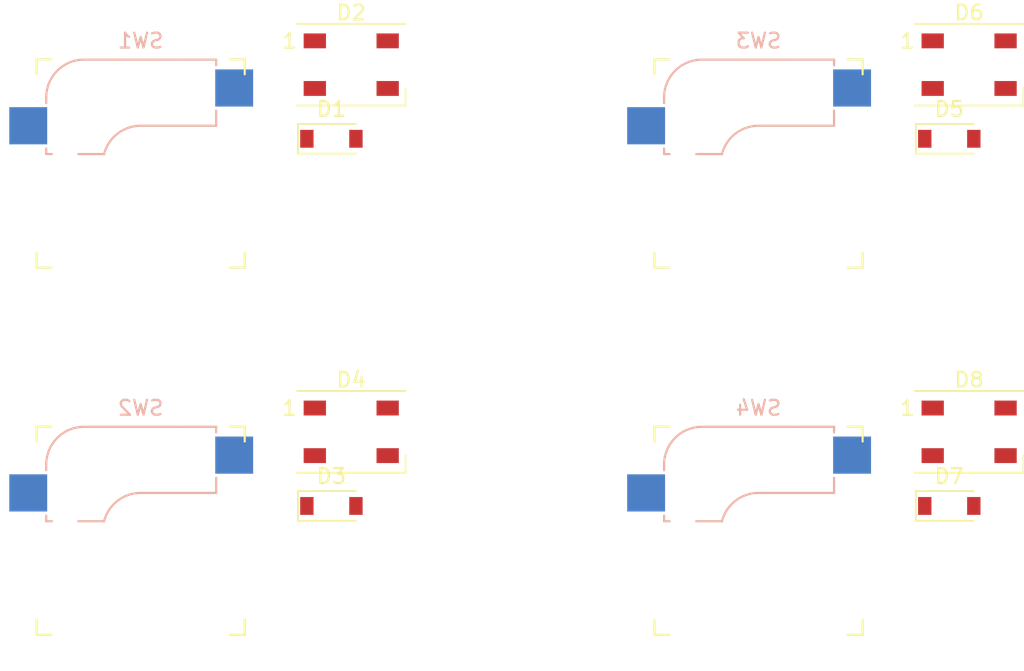
<source format=kicad_pcb>
(kicad_pcb (version 20171130) (host pcbnew "(5.1.9)-1")

  (general
    (thickness 1.6)
    (drawings 0)
    (tracks 0)
    (zones 0)
    (modules 12)
    (nets 5)
  )

  (page A4)
  (layers
    (0 F.Cu signal)
    (31 B.Cu signal)
    (32 B.Adhes user)
    (33 F.Adhes user)
    (34 B.Paste user)
    (35 F.Paste user)
    (36 B.SilkS user)
    (37 F.SilkS user)
    (38 B.Mask user)
    (39 F.Mask user)
    (40 Dwgs.User user)
    (41 Cmts.User user)
    (42 Eco1.User user)
    (43 Eco2.User user)
    (44 Edge.Cuts user)
    (45 Margin user)
    (46 B.CrtYd user)
    (47 F.CrtYd user)
    (48 B.Fab user)
    (49 F.Fab user)
  )

  (setup
    (last_trace_width 0.25)
    (trace_clearance 0.2)
    (zone_clearance 0.508)
    (zone_45_only no)
    (trace_min 0.2)
    (via_size 0.8)
    (via_drill 0.4)
    (via_min_size 0.4)
    (via_min_drill 0.3)
    (uvia_size 0.3)
    (uvia_drill 0.1)
    (uvias_allowed no)
    (uvia_min_size 0.2)
    (uvia_min_drill 0.1)
    (edge_width 0.05)
    (segment_width 0.2)
    (pcb_text_width 0.3)
    (pcb_text_size 1.5 1.5)
    (mod_edge_width 0.12)
    (mod_text_size 1 1)
    (mod_text_width 0.15)
    (pad_size 1.524 1.524)
    (pad_drill 0.762)
    (pad_to_mask_clearance 0)
    (aux_axis_origin 0 0)
    (visible_elements FFFFFF7F)
    (pcbplotparams
      (layerselection 0x010fc_ffffffff)
      (usegerberextensions false)
      (usegerberattributes true)
      (usegerberadvancedattributes true)
      (creategerberjobfile true)
      (excludeedgelayer true)
      (linewidth 0.100000)
      (plotframeref false)
      (viasonmask false)
      (mode 1)
      (useauxorigin false)
      (hpglpennumber 1)
      (hpglpenspeed 20)
      (hpglpendiameter 15.000000)
      (psnegative false)
      (psa4output false)
      (plotreference true)
      (plotvalue true)
      (plotinvisibletext false)
      (padsonsilk false)
      (subtractmaskfromsilk false)
      (outputformat 1)
      (mirror false)
      (drillshape 1)
      (scaleselection 1)
      (outputdirectory ""))
  )

  (net 0 "")
  (net 1 "Net-(D1-Pad1)")
  (net 2 "Net-(D3-Pad1)")
  (net 3 "Net-(D5-Pad1)")
  (net 4 "Net-(D7-Pad1)")

  (net_class Default "This is the default net class."
    (clearance 0.2)
    (trace_width 0.25)
    (via_dia 0.8)
    (via_drill 0.4)
    (uvia_dia 0.3)
    (uvia_drill 0.1)
    (add_net /Sheet6096C140/Col)
    (add_net /Sheet6096C140/LED_DIN)
    (add_net /Sheet6096C140/LED_DOUT)
    (add_net /Sheet6096C140/LED_VDD)
    (add_net /Sheet6096C140/LED_VSS)
    (add_net /Sheet6096C140/Row)
    (add_net /sheet6096C7D2/Col)
    (add_net /sheet6096C7D2/LED_DIN)
    (add_net /sheet6096C7D2/LED_DOUT)
    (add_net /sheet6096C7D2/LED_VDD)
    (add_net /sheet6096C7D2/LED_VSS)
    (add_net /sheet6096C7D2/Row)
    (add_net /sheet6096C7F0/Col)
    (add_net /sheet6096C7F0/LED_DIN)
    (add_net /sheet6096C7F0/LED_DOUT)
    (add_net /sheet6096C7F0/LED_VDD)
    (add_net /sheet6096C7F0/LED_VSS)
    (add_net /sheet6096C7F0/Row)
    (add_net /sheet6096C9E3/Col)
    (add_net /sheet6096C9E3/LED_DIN)
    (add_net /sheet6096C9E3/LED_DOUT)
    (add_net /sheet6096C9E3/LED_VDD)
    (add_net /sheet6096C9E3/LED_VSS)
    (add_net /sheet6096C9E3/Row)
    (add_net "Net-(D1-Pad1)")
    (add_net "Net-(D3-Pad1)")
    (add_net "Net-(D5-Pad1)")
    (add_net "Net-(D7-Pad1)")
  )

  (module daprice-keyswitches:Kailh_socket_MX (layer F.Cu) (tedit 608319E4) (tstamp 6096C704)
    (at 111.527 66.231)
    (descr "MX-style keyswitch with Kailh socket mount")
    (tags MX,cherry,gateron,kailh,pg1511,socket)
    (path /6096C9EB/6096A743)
    (attr smd)
    (fp_text reference SW4 (at 0 -8.255) (layer B.SilkS)
      (effects (font (size 1 1) (thickness 0.15)) (justify mirror))
    )
    (fp_text value SWITCH_PUSH (at 0 8.255) (layer F.Fab)
      (effects (font (size 1 1) (thickness 0.15)))
    )
    (fp_text user %V (at -0.635 0.635) (layer B.Fab)
      (effects (font (size 1 1) (thickness 0.15)) (justify mirror))
    )
    (fp_text user %R (at -0.635 -4.445) (layer B.Fab)
      (effects (font (size 1 1) (thickness 0.15)) (justify mirror))
    )
    (fp_arc (start 0 0) (end 0 -2.54) (angle -75.96375653) (layer B.Fab) (width 0.12))
    (fp_arc (start -3.81 -4.445) (end -3.81 -6.985) (angle -90) (layer B.Fab) (width 0.12))
    (fp_arc (start 0 0) (end 0 -2.54) (angle -75.96375653) (layer B.SilkS) (width 0.15))
    (fp_arc (start -3.81 -4.445) (end -3.81 -6.985) (angle -90) (layer B.SilkS) (width 0.15))
    (fp_line (start -8.89 -3.81) (end -6.35 -3.81) (layer B.Fab) (width 0.12))
    (fp_line (start -8.89 -1.27) (end -8.89 -3.81) (layer B.Fab) (width 0.12))
    (fp_line (start -6.35 -1.27) (end -8.89 -1.27) (layer B.Fab) (width 0.12))
    (fp_line (start 7.62 -3.81) (end 5.08 -3.81) (layer B.Fab) (width 0.12))
    (fp_line (start 7.62 -6.35) (end 7.62 -3.81) (layer B.Fab) (width 0.12))
    (fp_line (start 5.08 -6.35) (end 7.62 -6.35) (layer B.Fab) (width 0.12))
    (fp_line (start 5.08 -2.54) (end 0 -2.54) (layer B.Fab) (width 0.12))
    (fp_line (start 5.08 -6.985) (end 5.08 -2.54) (layer B.Fab) (width 0.12))
    (fp_line (start -3.81 -6.985) (end 5.08 -6.985) (layer B.Fab) (width 0.12))
    (fp_line (start -6.35 -0.635) (end -6.35 -4.445) (layer B.Fab) (width 0.12))
    (fp_line (start -6.35 -0.635) (end -2.54 -0.635) (layer B.Fab) (width 0.12))
    (fp_line (start 5.08 -6.985) (end 5.08 -6.604) (layer B.SilkS) (width 0.15))
    (fp_line (start -3.81 -6.985) (end 5.08 -6.985) (layer B.SilkS) (width 0.15))
    (fp_line (start -6.35 -4.445) (end -6.35 -4.064) (layer B.SilkS) (width 0.15))
    (fp_line (start -5.969 -0.635) (end -6.35 -0.635) (layer B.SilkS) (width 0.15))
    (fp_line (start -2.464162 -0.635) (end -4.191 -0.635) (layer B.SilkS) (width 0.15))
    (fp_line (start 5.08 -2.54) (end 0 -2.54) (layer B.SilkS) (width 0.15))
    (fp_line (start 5.08 -3.556) (end 5.08 -2.54) (layer B.SilkS) (width 0.15))
    (fp_line (start -6.35 -1.016) (end -6.35 -0.635) (layer B.SilkS) (width 0.15))
    (fp_line (start -7.5 7.5) (end -7.5 -7.5) (layer F.Fab) (width 0.15))
    (fp_line (start 7.5 7.5) (end -7.5 7.5) (layer F.Fab) (width 0.15))
    (fp_line (start 7.5 -7.5) (end 7.5 7.5) (layer F.Fab) (width 0.15))
    (fp_line (start -7.5 -7.5) (end 7.5 -7.5) (layer F.Fab) (width 0.15))
    (fp_line (start -6.9 6.9) (end -6.9 -6.9) (layer Eco2.User) (width 0.15))
    (fp_line (start 6.9 -6.9) (end 6.9 6.9) (layer Eco2.User) (width 0.15))
    (fp_line (start 6.9 -6.9) (end -6.9 -6.9) (layer Eco2.User) (width 0.15))
    (fp_line (start -6.9 6.9) (end 6.9 6.9) (layer Eco2.User) (width 0.15))
    (fp_line (start 7 -7) (end 7 -6) (layer F.SilkS) (width 0.15))
    (fp_line (start 6 7) (end 7 7) (layer F.SilkS) (width 0.15))
    (fp_line (start 7 -7) (end 6 -7) (layer F.SilkS) (width 0.15))
    (fp_line (start 7 6) (end 7 7) (layer F.SilkS) (width 0.15))
    (fp_line (start -7 7) (end -7 6) (layer F.SilkS) (width 0.15))
    (fp_line (start -6 -7) (end -7 -7) (layer F.SilkS) (width 0.15))
    (fp_line (start -7 7) (end -6 7) (layer F.SilkS) (width 0.15))
    (fp_line (start -7 -6) (end -7 -7) (layer F.SilkS) (width 0.15))
    (fp_line (start -9.398 -9.398) (end 9.398 -9.398) (layer Dwgs.User) (width 0.12))
    (fp_line (start 9.398 -9.398) (end 9.398 9.398) (layer Dwgs.User) (width 0.12))
    (fp_line (start 9.398 9.398) (end -9.398 9.398) (layer Dwgs.User) (width 0.12))
    (fp_line (start -9.398 9.398) (end -9.398 -9.398) (layer Dwgs.User) (width 0.12))
    (pad 2 smd rect (at -7.56 -2.54) (size 2.55 2.5) (layers B.Cu B.Paste B.Mask)
      (net 4 "Net-(D7-Pad1)"))
    (pad "" np_thru_hole circle (at -5.08 0) (size 1.7018 1.7018) (drill 1.7018) (layers *.Cu *.Mask))
    (pad "" np_thru_hole circle (at 5.08 0) (size 1.7018 1.7018) (drill 1.7018) (layers *.Cu *.Mask))
    (pad "" np_thru_hole circle (at 0 0) (size 3.9878 3.9878) (drill 3.9878) (layers *.Cu *.Mask))
    (pad "" np_thru_hole circle (at -3.81 -2.54) (size 3 3) (drill 3) (layers *.Cu *.Mask))
    (pad "" np_thru_hole circle (at 2.54 -5.08) (size 3 3) (drill 3) (layers *.Cu *.Mask))
    (pad 1 smd rect (at 6.29 -5.08) (size 2.55 2.5) (layers B.Cu B.Paste B.Mask))
  )

  (module daprice-keyswitches:Kailh_socket_MX (layer F.Cu) (tedit 608319E4) (tstamp 6096C6CC)
    (at 111.527 41.541)
    (descr "MX-style keyswitch with Kailh socket mount")
    (tags MX,cherry,gateron,kailh,pg1511,socket)
    (path /6096C7F8/6096A743)
    (attr smd)
    (fp_text reference SW3 (at 0 -8.255) (layer B.SilkS)
      (effects (font (size 1 1) (thickness 0.15)) (justify mirror))
    )
    (fp_text value SWITCH_PUSH (at 0 8.255) (layer F.Fab)
      (effects (font (size 1 1) (thickness 0.15)))
    )
    (fp_text user %V (at -0.635 0.635) (layer B.Fab)
      (effects (font (size 1 1) (thickness 0.15)) (justify mirror))
    )
    (fp_text user %R (at -0.635 -4.445) (layer B.Fab)
      (effects (font (size 1 1) (thickness 0.15)) (justify mirror))
    )
    (fp_arc (start 0 0) (end 0 -2.54) (angle -75.96375653) (layer B.Fab) (width 0.12))
    (fp_arc (start -3.81 -4.445) (end -3.81 -6.985) (angle -90) (layer B.Fab) (width 0.12))
    (fp_arc (start 0 0) (end 0 -2.54) (angle -75.96375653) (layer B.SilkS) (width 0.15))
    (fp_arc (start -3.81 -4.445) (end -3.81 -6.985) (angle -90) (layer B.SilkS) (width 0.15))
    (fp_line (start -8.89 -3.81) (end -6.35 -3.81) (layer B.Fab) (width 0.12))
    (fp_line (start -8.89 -1.27) (end -8.89 -3.81) (layer B.Fab) (width 0.12))
    (fp_line (start -6.35 -1.27) (end -8.89 -1.27) (layer B.Fab) (width 0.12))
    (fp_line (start 7.62 -3.81) (end 5.08 -3.81) (layer B.Fab) (width 0.12))
    (fp_line (start 7.62 -6.35) (end 7.62 -3.81) (layer B.Fab) (width 0.12))
    (fp_line (start 5.08 -6.35) (end 7.62 -6.35) (layer B.Fab) (width 0.12))
    (fp_line (start 5.08 -2.54) (end 0 -2.54) (layer B.Fab) (width 0.12))
    (fp_line (start 5.08 -6.985) (end 5.08 -2.54) (layer B.Fab) (width 0.12))
    (fp_line (start -3.81 -6.985) (end 5.08 -6.985) (layer B.Fab) (width 0.12))
    (fp_line (start -6.35 -0.635) (end -6.35 -4.445) (layer B.Fab) (width 0.12))
    (fp_line (start -6.35 -0.635) (end -2.54 -0.635) (layer B.Fab) (width 0.12))
    (fp_line (start 5.08 -6.985) (end 5.08 -6.604) (layer B.SilkS) (width 0.15))
    (fp_line (start -3.81 -6.985) (end 5.08 -6.985) (layer B.SilkS) (width 0.15))
    (fp_line (start -6.35 -4.445) (end -6.35 -4.064) (layer B.SilkS) (width 0.15))
    (fp_line (start -5.969 -0.635) (end -6.35 -0.635) (layer B.SilkS) (width 0.15))
    (fp_line (start -2.464162 -0.635) (end -4.191 -0.635) (layer B.SilkS) (width 0.15))
    (fp_line (start 5.08 -2.54) (end 0 -2.54) (layer B.SilkS) (width 0.15))
    (fp_line (start 5.08 -3.556) (end 5.08 -2.54) (layer B.SilkS) (width 0.15))
    (fp_line (start -6.35 -1.016) (end -6.35 -0.635) (layer B.SilkS) (width 0.15))
    (fp_line (start -7.5 7.5) (end -7.5 -7.5) (layer F.Fab) (width 0.15))
    (fp_line (start 7.5 7.5) (end -7.5 7.5) (layer F.Fab) (width 0.15))
    (fp_line (start 7.5 -7.5) (end 7.5 7.5) (layer F.Fab) (width 0.15))
    (fp_line (start -7.5 -7.5) (end 7.5 -7.5) (layer F.Fab) (width 0.15))
    (fp_line (start -6.9 6.9) (end -6.9 -6.9) (layer Eco2.User) (width 0.15))
    (fp_line (start 6.9 -6.9) (end 6.9 6.9) (layer Eco2.User) (width 0.15))
    (fp_line (start 6.9 -6.9) (end -6.9 -6.9) (layer Eco2.User) (width 0.15))
    (fp_line (start -6.9 6.9) (end 6.9 6.9) (layer Eco2.User) (width 0.15))
    (fp_line (start 7 -7) (end 7 -6) (layer F.SilkS) (width 0.15))
    (fp_line (start 6 7) (end 7 7) (layer F.SilkS) (width 0.15))
    (fp_line (start 7 -7) (end 6 -7) (layer F.SilkS) (width 0.15))
    (fp_line (start 7 6) (end 7 7) (layer F.SilkS) (width 0.15))
    (fp_line (start -7 7) (end -7 6) (layer F.SilkS) (width 0.15))
    (fp_line (start -6 -7) (end -7 -7) (layer F.SilkS) (width 0.15))
    (fp_line (start -7 7) (end -6 7) (layer F.SilkS) (width 0.15))
    (fp_line (start -7 -6) (end -7 -7) (layer F.SilkS) (width 0.15))
    (fp_line (start -9.398 -9.398) (end 9.398 -9.398) (layer Dwgs.User) (width 0.12))
    (fp_line (start 9.398 -9.398) (end 9.398 9.398) (layer Dwgs.User) (width 0.12))
    (fp_line (start 9.398 9.398) (end -9.398 9.398) (layer Dwgs.User) (width 0.12))
    (fp_line (start -9.398 9.398) (end -9.398 -9.398) (layer Dwgs.User) (width 0.12))
    (pad 2 smd rect (at -7.56 -2.54) (size 2.55 2.5) (layers B.Cu B.Paste B.Mask)
      (net 3 "Net-(D5-Pad1)"))
    (pad "" np_thru_hole circle (at -5.08 0) (size 1.7018 1.7018) (drill 1.7018) (layers *.Cu *.Mask))
    (pad "" np_thru_hole circle (at 5.08 0) (size 1.7018 1.7018) (drill 1.7018) (layers *.Cu *.Mask))
    (pad "" np_thru_hole circle (at 0 0) (size 3.9878 3.9878) (drill 3.9878) (layers *.Cu *.Mask))
    (pad "" np_thru_hole circle (at -3.81 -2.54) (size 3 3) (drill 3) (layers *.Cu *.Mask))
    (pad "" np_thru_hole circle (at 2.54 -5.08) (size 3 3) (drill 3) (layers *.Cu *.Mask))
    (pad 1 smd rect (at 6.29 -5.08) (size 2.55 2.5) (layers B.Cu B.Paste B.Mask))
  )

  (module daprice-keyswitches:Kailh_socket_MX (layer F.Cu) (tedit 608319E4) (tstamp 6096C694)
    (at 69.977 66.231)
    (descr "MX-style keyswitch with Kailh socket mount")
    (tags MX,cherry,gateron,kailh,pg1511,socket)
    (path /6096C7DA/6096A743)
    (attr smd)
    (fp_text reference SW2 (at 0 -8.255) (layer B.SilkS)
      (effects (font (size 1 1) (thickness 0.15)) (justify mirror))
    )
    (fp_text value SWITCH_PUSH (at 0 8.255) (layer F.Fab)
      (effects (font (size 1 1) (thickness 0.15)))
    )
    (fp_text user %V (at -0.635 0.635) (layer B.Fab)
      (effects (font (size 1 1) (thickness 0.15)) (justify mirror))
    )
    (fp_text user %R (at -0.635 -4.445) (layer B.Fab)
      (effects (font (size 1 1) (thickness 0.15)) (justify mirror))
    )
    (fp_arc (start 0 0) (end 0 -2.54) (angle -75.96375653) (layer B.Fab) (width 0.12))
    (fp_arc (start -3.81 -4.445) (end -3.81 -6.985) (angle -90) (layer B.Fab) (width 0.12))
    (fp_arc (start 0 0) (end 0 -2.54) (angle -75.96375653) (layer B.SilkS) (width 0.15))
    (fp_arc (start -3.81 -4.445) (end -3.81 -6.985) (angle -90) (layer B.SilkS) (width 0.15))
    (fp_line (start -8.89 -3.81) (end -6.35 -3.81) (layer B.Fab) (width 0.12))
    (fp_line (start -8.89 -1.27) (end -8.89 -3.81) (layer B.Fab) (width 0.12))
    (fp_line (start -6.35 -1.27) (end -8.89 -1.27) (layer B.Fab) (width 0.12))
    (fp_line (start 7.62 -3.81) (end 5.08 -3.81) (layer B.Fab) (width 0.12))
    (fp_line (start 7.62 -6.35) (end 7.62 -3.81) (layer B.Fab) (width 0.12))
    (fp_line (start 5.08 -6.35) (end 7.62 -6.35) (layer B.Fab) (width 0.12))
    (fp_line (start 5.08 -2.54) (end 0 -2.54) (layer B.Fab) (width 0.12))
    (fp_line (start 5.08 -6.985) (end 5.08 -2.54) (layer B.Fab) (width 0.12))
    (fp_line (start -3.81 -6.985) (end 5.08 -6.985) (layer B.Fab) (width 0.12))
    (fp_line (start -6.35 -0.635) (end -6.35 -4.445) (layer B.Fab) (width 0.12))
    (fp_line (start -6.35 -0.635) (end -2.54 -0.635) (layer B.Fab) (width 0.12))
    (fp_line (start 5.08 -6.985) (end 5.08 -6.604) (layer B.SilkS) (width 0.15))
    (fp_line (start -3.81 -6.985) (end 5.08 -6.985) (layer B.SilkS) (width 0.15))
    (fp_line (start -6.35 -4.445) (end -6.35 -4.064) (layer B.SilkS) (width 0.15))
    (fp_line (start -5.969 -0.635) (end -6.35 -0.635) (layer B.SilkS) (width 0.15))
    (fp_line (start -2.464162 -0.635) (end -4.191 -0.635) (layer B.SilkS) (width 0.15))
    (fp_line (start 5.08 -2.54) (end 0 -2.54) (layer B.SilkS) (width 0.15))
    (fp_line (start 5.08 -3.556) (end 5.08 -2.54) (layer B.SilkS) (width 0.15))
    (fp_line (start -6.35 -1.016) (end -6.35 -0.635) (layer B.SilkS) (width 0.15))
    (fp_line (start -7.5 7.5) (end -7.5 -7.5) (layer F.Fab) (width 0.15))
    (fp_line (start 7.5 7.5) (end -7.5 7.5) (layer F.Fab) (width 0.15))
    (fp_line (start 7.5 -7.5) (end 7.5 7.5) (layer F.Fab) (width 0.15))
    (fp_line (start -7.5 -7.5) (end 7.5 -7.5) (layer F.Fab) (width 0.15))
    (fp_line (start -6.9 6.9) (end -6.9 -6.9) (layer Eco2.User) (width 0.15))
    (fp_line (start 6.9 -6.9) (end 6.9 6.9) (layer Eco2.User) (width 0.15))
    (fp_line (start 6.9 -6.9) (end -6.9 -6.9) (layer Eco2.User) (width 0.15))
    (fp_line (start -6.9 6.9) (end 6.9 6.9) (layer Eco2.User) (width 0.15))
    (fp_line (start 7 -7) (end 7 -6) (layer F.SilkS) (width 0.15))
    (fp_line (start 6 7) (end 7 7) (layer F.SilkS) (width 0.15))
    (fp_line (start 7 -7) (end 6 -7) (layer F.SilkS) (width 0.15))
    (fp_line (start 7 6) (end 7 7) (layer F.SilkS) (width 0.15))
    (fp_line (start -7 7) (end -7 6) (layer F.SilkS) (width 0.15))
    (fp_line (start -6 -7) (end -7 -7) (layer F.SilkS) (width 0.15))
    (fp_line (start -7 7) (end -6 7) (layer F.SilkS) (width 0.15))
    (fp_line (start -7 -6) (end -7 -7) (layer F.SilkS) (width 0.15))
    (fp_line (start -9.398 -9.398) (end 9.398 -9.398) (layer Dwgs.User) (width 0.12))
    (fp_line (start 9.398 -9.398) (end 9.398 9.398) (layer Dwgs.User) (width 0.12))
    (fp_line (start 9.398 9.398) (end -9.398 9.398) (layer Dwgs.User) (width 0.12))
    (fp_line (start -9.398 9.398) (end -9.398 -9.398) (layer Dwgs.User) (width 0.12))
    (pad 2 smd rect (at -7.56 -2.54) (size 2.55 2.5) (layers B.Cu B.Paste B.Mask)
      (net 2 "Net-(D3-Pad1)"))
    (pad "" np_thru_hole circle (at -5.08 0) (size 1.7018 1.7018) (drill 1.7018) (layers *.Cu *.Mask))
    (pad "" np_thru_hole circle (at 5.08 0) (size 1.7018 1.7018) (drill 1.7018) (layers *.Cu *.Mask))
    (pad "" np_thru_hole circle (at 0 0) (size 3.9878 3.9878) (drill 3.9878) (layers *.Cu *.Mask))
    (pad "" np_thru_hole circle (at -3.81 -2.54) (size 3 3) (drill 3) (layers *.Cu *.Mask))
    (pad "" np_thru_hole circle (at 2.54 -5.08) (size 3 3) (drill 3) (layers *.Cu *.Mask))
    (pad 1 smd rect (at 6.29 -5.08) (size 2.55 2.5) (layers B.Cu B.Paste B.Mask))
  )

  (module daprice-keyswitches:Kailh_socket_MX (layer F.Cu) (tedit 608319E4) (tstamp 6096C65C)
    (at 69.977 41.541)
    (descr "MX-style keyswitch with Kailh socket mount")
    (tags MX,cherry,gateron,kailh,pg1511,socket)
    (path /6096C141/6096A743)
    (attr smd)
    (fp_text reference SW1 (at 0 -8.255) (layer B.SilkS)
      (effects (font (size 1 1) (thickness 0.15)) (justify mirror))
    )
    (fp_text value SWITCH_PUSH (at 0 8.255) (layer F.Fab)
      (effects (font (size 1 1) (thickness 0.15)))
    )
    (fp_text user %V (at -0.635 0.635) (layer B.Fab)
      (effects (font (size 1 1) (thickness 0.15)) (justify mirror))
    )
    (fp_text user %R (at -0.635 -4.445) (layer B.Fab)
      (effects (font (size 1 1) (thickness 0.15)) (justify mirror))
    )
    (fp_arc (start 0 0) (end 0 -2.54) (angle -75.96375653) (layer B.Fab) (width 0.12))
    (fp_arc (start -3.81 -4.445) (end -3.81 -6.985) (angle -90) (layer B.Fab) (width 0.12))
    (fp_arc (start 0 0) (end 0 -2.54) (angle -75.96375653) (layer B.SilkS) (width 0.15))
    (fp_arc (start -3.81 -4.445) (end -3.81 -6.985) (angle -90) (layer B.SilkS) (width 0.15))
    (fp_line (start -8.89 -3.81) (end -6.35 -3.81) (layer B.Fab) (width 0.12))
    (fp_line (start -8.89 -1.27) (end -8.89 -3.81) (layer B.Fab) (width 0.12))
    (fp_line (start -6.35 -1.27) (end -8.89 -1.27) (layer B.Fab) (width 0.12))
    (fp_line (start 7.62 -3.81) (end 5.08 -3.81) (layer B.Fab) (width 0.12))
    (fp_line (start 7.62 -6.35) (end 7.62 -3.81) (layer B.Fab) (width 0.12))
    (fp_line (start 5.08 -6.35) (end 7.62 -6.35) (layer B.Fab) (width 0.12))
    (fp_line (start 5.08 -2.54) (end 0 -2.54) (layer B.Fab) (width 0.12))
    (fp_line (start 5.08 -6.985) (end 5.08 -2.54) (layer B.Fab) (width 0.12))
    (fp_line (start -3.81 -6.985) (end 5.08 -6.985) (layer B.Fab) (width 0.12))
    (fp_line (start -6.35 -0.635) (end -6.35 -4.445) (layer B.Fab) (width 0.12))
    (fp_line (start -6.35 -0.635) (end -2.54 -0.635) (layer B.Fab) (width 0.12))
    (fp_line (start 5.08 -6.985) (end 5.08 -6.604) (layer B.SilkS) (width 0.15))
    (fp_line (start -3.81 -6.985) (end 5.08 -6.985) (layer B.SilkS) (width 0.15))
    (fp_line (start -6.35 -4.445) (end -6.35 -4.064) (layer B.SilkS) (width 0.15))
    (fp_line (start -5.969 -0.635) (end -6.35 -0.635) (layer B.SilkS) (width 0.15))
    (fp_line (start -2.464162 -0.635) (end -4.191 -0.635) (layer B.SilkS) (width 0.15))
    (fp_line (start 5.08 -2.54) (end 0 -2.54) (layer B.SilkS) (width 0.15))
    (fp_line (start 5.08 -3.556) (end 5.08 -2.54) (layer B.SilkS) (width 0.15))
    (fp_line (start -6.35 -1.016) (end -6.35 -0.635) (layer B.SilkS) (width 0.15))
    (fp_line (start -7.5 7.5) (end -7.5 -7.5) (layer F.Fab) (width 0.15))
    (fp_line (start 7.5 7.5) (end -7.5 7.5) (layer F.Fab) (width 0.15))
    (fp_line (start 7.5 -7.5) (end 7.5 7.5) (layer F.Fab) (width 0.15))
    (fp_line (start -7.5 -7.5) (end 7.5 -7.5) (layer F.Fab) (width 0.15))
    (fp_line (start -6.9 6.9) (end -6.9 -6.9) (layer Eco2.User) (width 0.15))
    (fp_line (start 6.9 -6.9) (end 6.9 6.9) (layer Eco2.User) (width 0.15))
    (fp_line (start 6.9 -6.9) (end -6.9 -6.9) (layer Eco2.User) (width 0.15))
    (fp_line (start -6.9 6.9) (end 6.9 6.9) (layer Eco2.User) (width 0.15))
    (fp_line (start 7 -7) (end 7 -6) (layer F.SilkS) (width 0.15))
    (fp_line (start 6 7) (end 7 7) (layer F.SilkS) (width 0.15))
    (fp_line (start 7 -7) (end 6 -7) (layer F.SilkS) (width 0.15))
    (fp_line (start 7 6) (end 7 7) (layer F.SilkS) (width 0.15))
    (fp_line (start -7 7) (end -7 6) (layer F.SilkS) (width 0.15))
    (fp_line (start -6 -7) (end -7 -7) (layer F.SilkS) (width 0.15))
    (fp_line (start -7 7) (end -6 7) (layer F.SilkS) (width 0.15))
    (fp_line (start -7 -6) (end -7 -7) (layer F.SilkS) (width 0.15))
    (fp_line (start -9.398 -9.398) (end 9.398 -9.398) (layer Dwgs.User) (width 0.12))
    (fp_line (start 9.398 -9.398) (end 9.398 9.398) (layer Dwgs.User) (width 0.12))
    (fp_line (start 9.398 9.398) (end -9.398 9.398) (layer Dwgs.User) (width 0.12))
    (fp_line (start -9.398 9.398) (end -9.398 -9.398) (layer Dwgs.User) (width 0.12))
    (pad 2 smd rect (at -7.56 -2.54) (size 2.55 2.5) (layers B.Cu B.Paste B.Mask)
      (net 1 "Net-(D1-Pad1)"))
    (pad "" np_thru_hole circle (at -5.08 0) (size 1.7018 1.7018) (drill 1.7018) (layers *.Cu *.Mask))
    (pad "" np_thru_hole circle (at 5.08 0) (size 1.7018 1.7018) (drill 1.7018) (layers *.Cu *.Mask))
    (pad "" np_thru_hole circle (at 0 0) (size 3.9878 3.9878) (drill 3.9878) (layers *.Cu *.Mask))
    (pad "" np_thru_hole circle (at -3.81 -2.54) (size 3 3) (drill 3) (layers *.Cu *.Mask))
    (pad "" np_thru_hole circle (at 2.54 -5.08) (size 3 3) (drill 3) (layers *.Cu *.Mask))
    (pad 1 smd rect (at 6.29 -5.08) (size 2.55 2.5) (layers B.Cu B.Paste B.Mask))
  )

  (module LED_SMD:LED_WS2812B_PLCC4_5.0x5.0mm_P3.2mm (layer F.Cu) (tedit 5AA4B285) (tstamp 6096C624)
    (at 125.689 59.583)
    (descr https://cdn-shop.adafruit.com/datasheets/WS2812B.pdf)
    (tags "LED RGB NeoPixel")
    (path /6096C9EB/6096BA71)
    (attr smd)
    (fp_text reference D8 (at 0 -3.5) (layer F.SilkS)
      (effects (font (size 1 1) (thickness 0.15)))
    )
    (fp_text value WS2812B (at 0 4) (layer F.Fab)
      (effects (font (size 1 1) (thickness 0.15)))
    )
    (fp_text user %R (at 0 0) (layer F.Fab)
      (effects (font (size 0.8 0.8) (thickness 0.15)))
    )
    (fp_text user 1 (at -4.15 -1.6) (layer F.SilkS)
      (effects (font (size 1 1) (thickness 0.15)))
    )
    (fp_line (start 3.45 -2.75) (end -3.45 -2.75) (layer F.CrtYd) (width 0.05))
    (fp_line (start 3.45 2.75) (end 3.45 -2.75) (layer F.CrtYd) (width 0.05))
    (fp_line (start -3.45 2.75) (end 3.45 2.75) (layer F.CrtYd) (width 0.05))
    (fp_line (start -3.45 -2.75) (end -3.45 2.75) (layer F.CrtYd) (width 0.05))
    (fp_line (start 2.5 1.5) (end 1.5 2.5) (layer F.Fab) (width 0.1))
    (fp_line (start -2.5 -2.5) (end -2.5 2.5) (layer F.Fab) (width 0.1))
    (fp_line (start -2.5 2.5) (end 2.5 2.5) (layer F.Fab) (width 0.1))
    (fp_line (start 2.5 2.5) (end 2.5 -2.5) (layer F.Fab) (width 0.1))
    (fp_line (start 2.5 -2.5) (end -2.5 -2.5) (layer F.Fab) (width 0.1))
    (fp_line (start -3.65 -2.75) (end 3.65 -2.75) (layer F.SilkS) (width 0.12))
    (fp_line (start -3.65 2.75) (end 3.65 2.75) (layer F.SilkS) (width 0.12))
    (fp_line (start 3.65 2.75) (end 3.65 1.6) (layer F.SilkS) (width 0.12))
    (fp_circle (center 0 0) (end 0 -2) (layer F.Fab) (width 0.1))
    (pad 1 smd rect (at -2.45 -1.6) (size 1.5 1) (layers F.Cu F.Paste F.Mask))
    (pad 2 smd rect (at -2.45 1.6) (size 1.5 1) (layers F.Cu F.Paste F.Mask))
    (pad 4 smd rect (at 2.45 -1.6) (size 1.5 1) (layers F.Cu F.Paste F.Mask))
    (pad 3 smd rect (at 2.45 1.6) (size 1.5 1) (layers F.Cu F.Paste F.Mask))
    (model ${KISYS3DMOD}/LED_SMD.3dshapes/LED_WS2812B_PLCC4_5.0x5.0mm_P3.2mm.wrl
      (at (xyz 0 0 0))
      (scale (xyz 1 1 1))
      (rotate (xyz 0 0 0))
    )
  )

  (module Diode_SMD:D_SOD-123 (layer F.Cu) (tedit 58645DC7) (tstamp 6096C60D)
    (at 124.354 64.568)
    (descr SOD-123)
    (tags SOD-123)
    (path /6096C9EB/6096AC52)
    (attr smd)
    (fp_text reference D7 (at 0 -2) (layer F.SilkS)
      (effects (font (size 1 1) (thickness 0.15)))
    )
    (fp_text value DIODE (at 0 2.1) (layer F.Fab)
      (effects (font (size 1 1) (thickness 0.15)))
    )
    (fp_text user %R (at 0 -2) (layer F.Fab)
      (effects (font (size 1 1) (thickness 0.15)))
    )
    (fp_line (start -2.25 -1) (end -2.25 1) (layer F.SilkS) (width 0.12))
    (fp_line (start 0.25 0) (end 0.75 0) (layer F.Fab) (width 0.1))
    (fp_line (start 0.25 0.4) (end -0.35 0) (layer F.Fab) (width 0.1))
    (fp_line (start 0.25 -0.4) (end 0.25 0.4) (layer F.Fab) (width 0.1))
    (fp_line (start -0.35 0) (end 0.25 -0.4) (layer F.Fab) (width 0.1))
    (fp_line (start -0.35 0) (end -0.35 0.55) (layer F.Fab) (width 0.1))
    (fp_line (start -0.35 0) (end -0.35 -0.55) (layer F.Fab) (width 0.1))
    (fp_line (start -0.75 0) (end -0.35 0) (layer F.Fab) (width 0.1))
    (fp_line (start -1.4 0.9) (end -1.4 -0.9) (layer F.Fab) (width 0.1))
    (fp_line (start 1.4 0.9) (end -1.4 0.9) (layer F.Fab) (width 0.1))
    (fp_line (start 1.4 -0.9) (end 1.4 0.9) (layer F.Fab) (width 0.1))
    (fp_line (start -1.4 -0.9) (end 1.4 -0.9) (layer F.Fab) (width 0.1))
    (fp_line (start -2.35 -1.15) (end 2.35 -1.15) (layer F.CrtYd) (width 0.05))
    (fp_line (start 2.35 -1.15) (end 2.35 1.15) (layer F.CrtYd) (width 0.05))
    (fp_line (start 2.35 1.15) (end -2.35 1.15) (layer F.CrtYd) (width 0.05))
    (fp_line (start -2.35 -1.15) (end -2.35 1.15) (layer F.CrtYd) (width 0.05))
    (fp_line (start -2.25 1) (end 1.65 1) (layer F.SilkS) (width 0.12))
    (fp_line (start -2.25 -1) (end 1.65 -1) (layer F.SilkS) (width 0.12))
    (pad 2 smd rect (at 1.65 0) (size 0.9 1.2) (layers F.Cu F.Paste F.Mask))
    (pad 1 smd rect (at -1.65 0) (size 0.9 1.2) (layers F.Cu F.Paste F.Mask)
      (net 4 "Net-(D7-Pad1)"))
    (model ${KISYS3DMOD}/Diode_SMD.3dshapes/D_SOD-123.wrl
      (at (xyz 0 0 0))
      (scale (xyz 1 1 1))
      (rotate (xyz 0 0 0))
    )
  )

  (module LED_SMD:LED_WS2812B_PLCC4_5.0x5.0mm_P3.2mm (layer F.Cu) (tedit 5AA4B285) (tstamp 6096C5F4)
    (at 125.689 34.893)
    (descr https://cdn-shop.adafruit.com/datasheets/WS2812B.pdf)
    (tags "LED RGB NeoPixel")
    (path /6096C7F8/6096BA71)
    (attr smd)
    (fp_text reference D6 (at 0 -3.5) (layer F.SilkS)
      (effects (font (size 1 1) (thickness 0.15)))
    )
    (fp_text value WS2812B (at 0 4) (layer F.Fab)
      (effects (font (size 1 1) (thickness 0.15)))
    )
    (fp_text user %R (at 0 0) (layer F.Fab)
      (effects (font (size 0.8 0.8) (thickness 0.15)))
    )
    (fp_text user 1 (at -4.15 -1.6) (layer F.SilkS)
      (effects (font (size 1 1) (thickness 0.15)))
    )
    (fp_line (start 3.45 -2.75) (end -3.45 -2.75) (layer F.CrtYd) (width 0.05))
    (fp_line (start 3.45 2.75) (end 3.45 -2.75) (layer F.CrtYd) (width 0.05))
    (fp_line (start -3.45 2.75) (end 3.45 2.75) (layer F.CrtYd) (width 0.05))
    (fp_line (start -3.45 -2.75) (end -3.45 2.75) (layer F.CrtYd) (width 0.05))
    (fp_line (start 2.5 1.5) (end 1.5 2.5) (layer F.Fab) (width 0.1))
    (fp_line (start -2.5 -2.5) (end -2.5 2.5) (layer F.Fab) (width 0.1))
    (fp_line (start -2.5 2.5) (end 2.5 2.5) (layer F.Fab) (width 0.1))
    (fp_line (start 2.5 2.5) (end 2.5 -2.5) (layer F.Fab) (width 0.1))
    (fp_line (start 2.5 -2.5) (end -2.5 -2.5) (layer F.Fab) (width 0.1))
    (fp_line (start -3.65 -2.75) (end 3.65 -2.75) (layer F.SilkS) (width 0.12))
    (fp_line (start -3.65 2.75) (end 3.65 2.75) (layer F.SilkS) (width 0.12))
    (fp_line (start 3.65 2.75) (end 3.65 1.6) (layer F.SilkS) (width 0.12))
    (fp_circle (center 0 0) (end 0 -2) (layer F.Fab) (width 0.1))
    (pad 1 smd rect (at -2.45 -1.6) (size 1.5 1) (layers F.Cu F.Paste F.Mask))
    (pad 2 smd rect (at -2.45 1.6) (size 1.5 1) (layers F.Cu F.Paste F.Mask))
    (pad 4 smd rect (at 2.45 -1.6) (size 1.5 1) (layers F.Cu F.Paste F.Mask))
    (pad 3 smd rect (at 2.45 1.6) (size 1.5 1) (layers F.Cu F.Paste F.Mask))
    (model ${KISYS3DMOD}/LED_SMD.3dshapes/LED_WS2812B_PLCC4_5.0x5.0mm_P3.2mm.wrl
      (at (xyz 0 0 0))
      (scale (xyz 1 1 1))
      (rotate (xyz 0 0 0))
    )
  )

  (module Diode_SMD:D_SOD-123 (layer F.Cu) (tedit 58645DC7) (tstamp 6096C5DD)
    (at 124.354 39.878)
    (descr SOD-123)
    (tags SOD-123)
    (path /6096C7F8/6096AC52)
    (attr smd)
    (fp_text reference D5 (at 0 -2) (layer F.SilkS)
      (effects (font (size 1 1) (thickness 0.15)))
    )
    (fp_text value DIODE (at 0 2.1) (layer F.Fab)
      (effects (font (size 1 1) (thickness 0.15)))
    )
    (fp_text user %R (at 0 -2) (layer F.Fab)
      (effects (font (size 1 1) (thickness 0.15)))
    )
    (fp_line (start -2.25 -1) (end -2.25 1) (layer F.SilkS) (width 0.12))
    (fp_line (start 0.25 0) (end 0.75 0) (layer F.Fab) (width 0.1))
    (fp_line (start 0.25 0.4) (end -0.35 0) (layer F.Fab) (width 0.1))
    (fp_line (start 0.25 -0.4) (end 0.25 0.4) (layer F.Fab) (width 0.1))
    (fp_line (start -0.35 0) (end 0.25 -0.4) (layer F.Fab) (width 0.1))
    (fp_line (start -0.35 0) (end -0.35 0.55) (layer F.Fab) (width 0.1))
    (fp_line (start -0.35 0) (end -0.35 -0.55) (layer F.Fab) (width 0.1))
    (fp_line (start -0.75 0) (end -0.35 0) (layer F.Fab) (width 0.1))
    (fp_line (start -1.4 0.9) (end -1.4 -0.9) (layer F.Fab) (width 0.1))
    (fp_line (start 1.4 0.9) (end -1.4 0.9) (layer F.Fab) (width 0.1))
    (fp_line (start 1.4 -0.9) (end 1.4 0.9) (layer F.Fab) (width 0.1))
    (fp_line (start -1.4 -0.9) (end 1.4 -0.9) (layer F.Fab) (width 0.1))
    (fp_line (start -2.35 -1.15) (end 2.35 -1.15) (layer F.CrtYd) (width 0.05))
    (fp_line (start 2.35 -1.15) (end 2.35 1.15) (layer F.CrtYd) (width 0.05))
    (fp_line (start 2.35 1.15) (end -2.35 1.15) (layer F.CrtYd) (width 0.05))
    (fp_line (start -2.35 -1.15) (end -2.35 1.15) (layer F.CrtYd) (width 0.05))
    (fp_line (start -2.25 1) (end 1.65 1) (layer F.SilkS) (width 0.12))
    (fp_line (start -2.25 -1) (end 1.65 -1) (layer F.SilkS) (width 0.12))
    (pad 2 smd rect (at 1.65 0) (size 0.9 1.2) (layers F.Cu F.Paste F.Mask))
    (pad 1 smd rect (at -1.65 0) (size 0.9 1.2) (layers F.Cu F.Paste F.Mask)
      (net 3 "Net-(D5-Pad1)"))
    (model ${KISYS3DMOD}/Diode_SMD.3dshapes/D_SOD-123.wrl
      (at (xyz 0 0 0))
      (scale (xyz 1 1 1))
      (rotate (xyz 0 0 0))
    )
  )

  (module LED_SMD:LED_WS2812B_PLCC4_5.0x5.0mm_P3.2mm (layer F.Cu) (tedit 5AA4B285) (tstamp 6096C5C4)
    (at 84.139 59.583)
    (descr https://cdn-shop.adafruit.com/datasheets/WS2812B.pdf)
    (tags "LED RGB NeoPixel")
    (path /6096C7DA/6096BA71)
    (attr smd)
    (fp_text reference D4 (at 0 -3.5) (layer F.SilkS)
      (effects (font (size 1 1) (thickness 0.15)))
    )
    (fp_text value WS2812B (at 0 4) (layer F.Fab)
      (effects (font (size 1 1) (thickness 0.15)))
    )
    (fp_text user %R (at 0 0) (layer F.Fab)
      (effects (font (size 0.8 0.8) (thickness 0.15)))
    )
    (fp_text user 1 (at -4.15 -1.6) (layer F.SilkS)
      (effects (font (size 1 1) (thickness 0.15)))
    )
    (fp_line (start 3.45 -2.75) (end -3.45 -2.75) (layer F.CrtYd) (width 0.05))
    (fp_line (start 3.45 2.75) (end 3.45 -2.75) (layer F.CrtYd) (width 0.05))
    (fp_line (start -3.45 2.75) (end 3.45 2.75) (layer F.CrtYd) (width 0.05))
    (fp_line (start -3.45 -2.75) (end -3.45 2.75) (layer F.CrtYd) (width 0.05))
    (fp_line (start 2.5 1.5) (end 1.5 2.5) (layer F.Fab) (width 0.1))
    (fp_line (start -2.5 -2.5) (end -2.5 2.5) (layer F.Fab) (width 0.1))
    (fp_line (start -2.5 2.5) (end 2.5 2.5) (layer F.Fab) (width 0.1))
    (fp_line (start 2.5 2.5) (end 2.5 -2.5) (layer F.Fab) (width 0.1))
    (fp_line (start 2.5 -2.5) (end -2.5 -2.5) (layer F.Fab) (width 0.1))
    (fp_line (start -3.65 -2.75) (end 3.65 -2.75) (layer F.SilkS) (width 0.12))
    (fp_line (start -3.65 2.75) (end 3.65 2.75) (layer F.SilkS) (width 0.12))
    (fp_line (start 3.65 2.75) (end 3.65 1.6) (layer F.SilkS) (width 0.12))
    (fp_circle (center 0 0) (end 0 -2) (layer F.Fab) (width 0.1))
    (pad 1 smd rect (at -2.45 -1.6) (size 1.5 1) (layers F.Cu F.Paste F.Mask))
    (pad 2 smd rect (at -2.45 1.6) (size 1.5 1) (layers F.Cu F.Paste F.Mask))
    (pad 4 smd rect (at 2.45 -1.6) (size 1.5 1) (layers F.Cu F.Paste F.Mask))
    (pad 3 smd rect (at 2.45 1.6) (size 1.5 1) (layers F.Cu F.Paste F.Mask))
    (model ${KISYS3DMOD}/LED_SMD.3dshapes/LED_WS2812B_PLCC4_5.0x5.0mm_P3.2mm.wrl
      (at (xyz 0 0 0))
      (scale (xyz 1 1 1))
      (rotate (xyz 0 0 0))
    )
  )

  (module Diode_SMD:D_SOD-123 (layer F.Cu) (tedit 58645DC7) (tstamp 6096C5AD)
    (at 82.804 64.568)
    (descr SOD-123)
    (tags SOD-123)
    (path /6096C7DA/6096AC52)
    (attr smd)
    (fp_text reference D3 (at 0 -2) (layer F.SilkS)
      (effects (font (size 1 1) (thickness 0.15)))
    )
    (fp_text value DIODE (at 0 2.1) (layer F.Fab)
      (effects (font (size 1 1) (thickness 0.15)))
    )
    (fp_text user %R (at 0 -2) (layer F.Fab)
      (effects (font (size 1 1) (thickness 0.15)))
    )
    (fp_line (start -2.25 -1) (end -2.25 1) (layer F.SilkS) (width 0.12))
    (fp_line (start 0.25 0) (end 0.75 0) (layer F.Fab) (width 0.1))
    (fp_line (start 0.25 0.4) (end -0.35 0) (layer F.Fab) (width 0.1))
    (fp_line (start 0.25 -0.4) (end 0.25 0.4) (layer F.Fab) (width 0.1))
    (fp_line (start -0.35 0) (end 0.25 -0.4) (layer F.Fab) (width 0.1))
    (fp_line (start -0.35 0) (end -0.35 0.55) (layer F.Fab) (width 0.1))
    (fp_line (start -0.35 0) (end -0.35 -0.55) (layer F.Fab) (width 0.1))
    (fp_line (start -0.75 0) (end -0.35 0) (layer F.Fab) (width 0.1))
    (fp_line (start -1.4 0.9) (end -1.4 -0.9) (layer F.Fab) (width 0.1))
    (fp_line (start 1.4 0.9) (end -1.4 0.9) (layer F.Fab) (width 0.1))
    (fp_line (start 1.4 -0.9) (end 1.4 0.9) (layer F.Fab) (width 0.1))
    (fp_line (start -1.4 -0.9) (end 1.4 -0.9) (layer F.Fab) (width 0.1))
    (fp_line (start -2.35 -1.15) (end 2.35 -1.15) (layer F.CrtYd) (width 0.05))
    (fp_line (start 2.35 -1.15) (end 2.35 1.15) (layer F.CrtYd) (width 0.05))
    (fp_line (start 2.35 1.15) (end -2.35 1.15) (layer F.CrtYd) (width 0.05))
    (fp_line (start -2.35 -1.15) (end -2.35 1.15) (layer F.CrtYd) (width 0.05))
    (fp_line (start -2.25 1) (end 1.65 1) (layer F.SilkS) (width 0.12))
    (fp_line (start -2.25 -1) (end 1.65 -1) (layer F.SilkS) (width 0.12))
    (pad 2 smd rect (at 1.65 0) (size 0.9 1.2) (layers F.Cu F.Paste F.Mask))
    (pad 1 smd rect (at -1.65 0) (size 0.9 1.2) (layers F.Cu F.Paste F.Mask)
      (net 2 "Net-(D3-Pad1)"))
    (model ${KISYS3DMOD}/Diode_SMD.3dshapes/D_SOD-123.wrl
      (at (xyz 0 0 0))
      (scale (xyz 1 1 1))
      (rotate (xyz 0 0 0))
    )
  )

  (module LED_SMD:LED_WS2812B_PLCC4_5.0x5.0mm_P3.2mm (layer F.Cu) (tedit 5AA4B285) (tstamp 6096C594)
    (at 84.139 34.893)
    (descr https://cdn-shop.adafruit.com/datasheets/WS2812B.pdf)
    (tags "LED RGB NeoPixel")
    (path /6096C141/6096BA71)
    (attr smd)
    (fp_text reference D2 (at 0 -3.5) (layer F.SilkS)
      (effects (font (size 1 1) (thickness 0.15)))
    )
    (fp_text value WS2812B (at 0 4) (layer F.Fab)
      (effects (font (size 1 1) (thickness 0.15)))
    )
    (fp_text user %R (at 0 0) (layer F.Fab)
      (effects (font (size 0.8 0.8) (thickness 0.15)))
    )
    (fp_text user 1 (at -4.15 -1.6) (layer F.SilkS)
      (effects (font (size 1 1) (thickness 0.15)))
    )
    (fp_line (start 3.45 -2.75) (end -3.45 -2.75) (layer F.CrtYd) (width 0.05))
    (fp_line (start 3.45 2.75) (end 3.45 -2.75) (layer F.CrtYd) (width 0.05))
    (fp_line (start -3.45 2.75) (end 3.45 2.75) (layer F.CrtYd) (width 0.05))
    (fp_line (start -3.45 -2.75) (end -3.45 2.75) (layer F.CrtYd) (width 0.05))
    (fp_line (start 2.5 1.5) (end 1.5 2.5) (layer F.Fab) (width 0.1))
    (fp_line (start -2.5 -2.5) (end -2.5 2.5) (layer F.Fab) (width 0.1))
    (fp_line (start -2.5 2.5) (end 2.5 2.5) (layer F.Fab) (width 0.1))
    (fp_line (start 2.5 2.5) (end 2.5 -2.5) (layer F.Fab) (width 0.1))
    (fp_line (start 2.5 -2.5) (end -2.5 -2.5) (layer F.Fab) (width 0.1))
    (fp_line (start -3.65 -2.75) (end 3.65 -2.75) (layer F.SilkS) (width 0.12))
    (fp_line (start -3.65 2.75) (end 3.65 2.75) (layer F.SilkS) (width 0.12))
    (fp_line (start 3.65 2.75) (end 3.65 1.6) (layer F.SilkS) (width 0.12))
    (fp_circle (center 0 0) (end 0 -2) (layer F.Fab) (width 0.1))
    (pad 1 smd rect (at -2.45 -1.6) (size 1.5 1) (layers F.Cu F.Paste F.Mask))
    (pad 2 smd rect (at -2.45 1.6) (size 1.5 1) (layers F.Cu F.Paste F.Mask))
    (pad 4 smd rect (at 2.45 -1.6) (size 1.5 1) (layers F.Cu F.Paste F.Mask))
    (pad 3 smd rect (at 2.45 1.6) (size 1.5 1) (layers F.Cu F.Paste F.Mask))
    (model ${KISYS3DMOD}/LED_SMD.3dshapes/LED_WS2812B_PLCC4_5.0x5.0mm_P3.2mm.wrl
      (at (xyz 0 0 0))
      (scale (xyz 1 1 1))
      (rotate (xyz 0 0 0))
    )
  )

  (module Diode_SMD:D_SOD-123 (layer F.Cu) (tedit 58645DC7) (tstamp 6096C57D)
    (at 82.804 39.878)
    (descr SOD-123)
    (tags SOD-123)
    (path /6096C141/6096AC52)
    (attr smd)
    (fp_text reference D1 (at 0 -2) (layer F.SilkS)
      (effects (font (size 1 1) (thickness 0.15)))
    )
    (fp_text value DIODE (at 0 2.1) (layer F.Fab)
      (effects (font (size 1 1) (thickness 0.15)))
    )
    (fp_text user %R (at 0 -2) (layer F.Fab)
      (effects (font (size 1 1) (thickness 0.15)))
    )
    (fp_line (start -2.25 -1) (end -2.25 1) (layer F.SilkS) (width 0.12))
    (fp_line (start 0.25 0) (end 0.75 0) (layer F.Fab) (width 0.1))
    (fp_line (start 0.25 0.4) (end -0.35 0) (layer F.Fab) (width 0.1))
    (fp_line (start 0.25 -0.4) (end 0.25 0.4) (layer F.Fab) (width 0.1))
    (fp_line (start -0.35 0) (end 0.25 -0.4) (layer F.Fab) (width 0.1))
    (fp_line (start -0.35 0) (end -0.35 0.55) (layer F.Fab) (width 0.1))
    (fp_line (start -0.35 0) (end -0.35 -0.55) (layer F.Fab) (width 0.1))
    (fp_line (start -0.75 0) (end -0.35 0) (layer F.Fab) (width 0.1))
    (fp_line (start -1.4 0.9) (end -1.4 -0.9) (layer F.Fab) (width 0.1))
    (fp_line (start 1.4 0.9) (end -1.4 0.9) (layer F.Fab) (width 0.1))
    (fp_line (start 1.4 -0.9) (end 1.4 0.9) (layer F.Fab) (width 0.1))
    (fp_line (start -1.4 -0.9) (end 1.4 -0.9) (layer F.Fab) (width 0.1))
    (fp_line (start -2.35 -1.15) (end 2.35 -1.15) (layer F.CrtYd) (width 0.05))
    (fp_line (start 2.35 -1.15) (end 2.35 1.15) (layer F.CrtYd) (width 0.05))
    (fp_line (start 2.35 1.15) (end -2.35 1.15) (layer F.CrtYd) (width 0.05))
    (fp_line (start -2.35 -1.15) (end -2.35 1.15) (layer F.CrtYd) (width 0.05))
    (fp_line (start -2.25 1) (end 1.65 1) (layer F.SilkS) (width 0.12))
    (fp_line (start -2.25 -1) (end 1.65 -1) (layer F.SilkS) (width 0.12))
    (pad 2 smd rect (at 1.65 0) (size 0.9 1.2) (layers F.Cu F.Paste F.Mask))
    (pad 1 smd rect (at -1.65 0) (size 0.9 1.2) (layers F.Cu F.Paste F.Mask)
      (net 1 "Net-(D1-Pad1)"))
    (model ${KISYS3DMOD}/Diode_SMD.3dshapes/D_SOD-123.wrl
      (at (xyz 0 0 0))
      (scale (xyz 1 1 1))
      (rotate (xyz 0 0 0))
    )
  )

)

</source>
